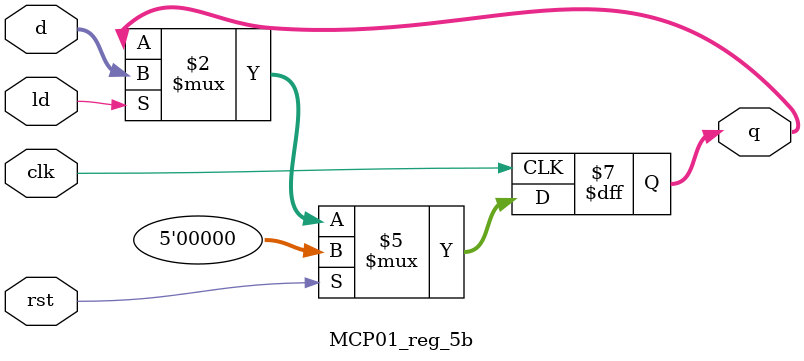
<source format=v>
module MCP01_reg_5b(d, ld, rst, clk, q);
	input [4:0] d;
	input ld, rst, clk;
	output [4:0] q;
	reg [4:0] q;
	
	always @(posedge clk)
		if(rst)
			q <= 5'b0_0000;
		else if(ld)
			q <= d;

endmodule
</source>
